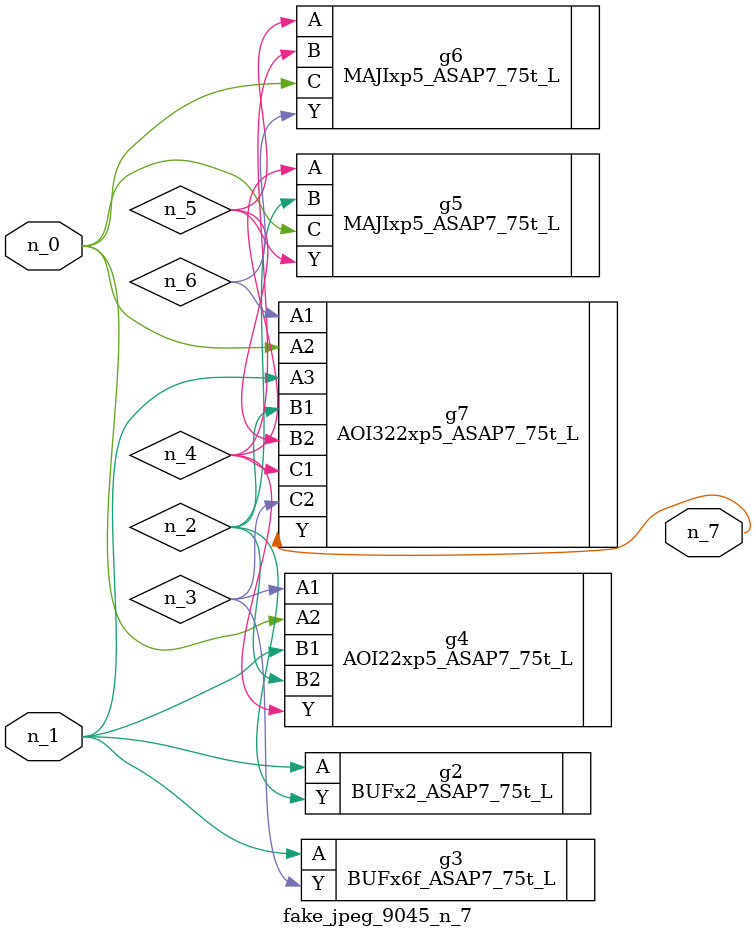
<source format=v>
module fake_jpeg_9045_n_7 (n_0, n_1, n_7);

input n_0;
input n_1;

output n_7;

wire n_2;
wire n_3;
wire n_4;
wire n_6;
wire n_5;

BUFx2_ASAP7_75t_L g2 ( 
.A(n_1),
.Y(n_2)
);

BUFx6f_ASAP7_75t_L g3 ( 
.A(n_1),
.Y(n_3)
);

AOI22xp5_ASAP7_75t_L g4 ( 
.A1(n_3),
.A2(n_0),
.B1(n_1),
.B2(n_2),
.Y(n_4)
);

MAJIxp5_ASAP7_75t_L g5 ( 
.A(n_4),
.B(n_2),
.C(n_0),
.Y(n_5)
);

MAJIxp5_ASAP7_75t_L g6 ( 
.A(n_5),
.B(n_4),
.C(n_0),
.Y(n_6)
);

AOI322xp5_ASAP7_75t_L g7 ( 
.A1(n_6),
.A2(n_0),
.A3(n_1),
.B1(n_2),
.B2(n_5),
.C1(n_4),
.C2(n_3),
.Y(n_7)
);


endmodule
</source>
